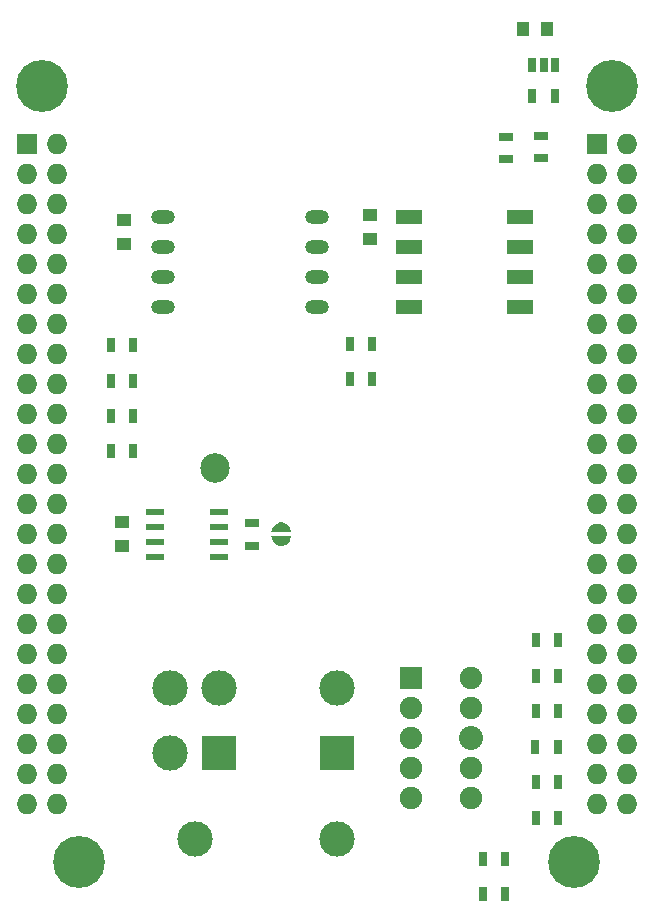
<source format=gbr>
G04 #@! TF.GenerationSoftware,KiCad,Pcbnew,(5.1.2-1)-1*
G04 #@! TF.CreationDate,2019-06-05T17:00:04-02:30*
G04 #@! TF.ProjectId,BeagleCape V2,42656167-6c65-4436-9170-652056322e6b,rev?*
G04 #@! TF.SameCoordinates,Original*
G04 #@! TF.FileFunction,Soldermask,Top*
G04 #@! TF.FilePolarity,Negative*
%FSLAX46Y46*%
G04 Gerber Fmt 4.6, Leading zero omitted, Abs format (unit mm)*
G04 Created by KiCad (PCBNEW (5.1.2-1)-1) date 2019-06-05 17:00:04*
%MOMM*%
%LPD*%
G04 APERTURE LIST*
%ADD10R,1.727200X1.727200*%
%ADD11O,1.727200X1.727200*%
%ADD12O,2.000000X1.200000*%
%ADD13R,2.200000X1.143000*%
%ADD14R,1.250000X1.000000*%
%ADD15R,0.700000X1.300000*%
%ADD16R,1.000000X1.250000*%
%ADD17R,1.300000X0.700000*%
%ADD18R,0.650000X1.220000*%
%ADD19C,1.397000*%
%ADD20C,1.899920*%
%ADD21C,2.032000*%
%ADD22R,1.899920X1.899920*%
%ADD23C,3.000000*%
%ADD24R,3.000000X3.000000*%
%ADD25C,0.102000*%
%ADD26C,0.100000*%
%ADD27C,0.302000*%
%ADD28C,0.402000*%
%ADD29R,1.550000X0.600000*%
%ADD30C,2.500000*%
%ADD31C,4.400000*%
G04 APERTURE END LIST*
D10*
X164630100Y-62382400D03*
D11*
X167170100Y-62382400D03*
X164630100Y-64922400D03*
X167170100Y-64922400D03*
X164630100Y-67462400D03*
X167170100Y-67462400D03*
X164630100Y-70002400D03*
X167170100Y-70002400D03*
X164630100Y-72542400D03*
X167170100Y-72542400D03*
X164630100Y-75082400D03*
X167170100Y-75082400D03*
X164630100Y-77622400D03*
X167170100Y-77622400D03*
X164630100Y-80162400D03*
X167170100Y-80162400D03*
X164630100Y-82702400D03*
X167170100Y-82702400D03*
X164630100Y-85242400D03*
X167170100Y-85242400D03*
X164630100Y-87782400D03*
X167170100Y-87782400D03*
X164630100Y-90322400D03*
X167170100Y-90322400D03*
X164630100Y-92862400D03*
X167170100Y-92862400D03*
X164630100Y-95402400D03*
X167170100Y-95402400D03*
X164630100Y-97942400D03*
X167170100Y-97942400D03*
X164630100Y-100482400D03*
X167170100Y-100482400D03*
X164630100Y-103022400D03*
X167170100Y-103022400D03*
X164630100Y-105562400D03*
X167170100Y-105562400D03*
X164630100Y-108102400D03*
X167170100Y-108102400D03*
X164630100Y-110642400D03*
X167170100Y-110642400D03*
X164630100Y-113182400D03*
X167170100Y-113182400D03*
X164630100Y-115722400D03*
X167170100Y-115722400D03*
X164630100Y-118262400D03*
X167170100Y-118262400D03*
D10*
X116370100Y-62382400D03*
D11*
X118910100Y-62382400D03*
X116370100Y-64922400D03*
X118910100Y-64922400D03*
X116370100Y-67462400D03*
X118910100Y-67462400D03*
X116370100Y-70002400D03*
X118910100Y-70002400D03*
X116370100Y-72542400D03*
X118910100Y-72542400D03*
X116370100Y-75082400D03*
X118910100Y-75082400D03*
X116370100Y-77622400D03*
X118910100Y-77622400D03*
X116370100Y-80162400D03*
X118910100Y-80162400D03*
X116370100Y-82702400D03*
X118910100Y-82702400D03*
X116370100Y-85242400D03*
X118910100Y-85242400D03*
X116370100Y-87782400D03*
X118910100Y-87782400D03*
X116370100Y-90322400D03*
X118910100Y-90322400D03*
X116370100Y-92862400D03*
X118910100Y-92862400D03*
X116370100Y-95402400D03*
X118910100Y-95402400D03*
X116370100Y-97942400D03*
X118910100Y-97942400D03*
X116370100Y-100482400D03*
X118910100Y-100482400D03*
X116370100Y-103022400D03*
X118910100Y-103022400D03*
X116370100Y-105562400D03*
X118910100Y-105562400D03*
X116370100Y-108102400D03*
X118910100Y-108102400D03*
X116370100Y-110642400D03*
X118910100Y-110642400D03*
X116370100Y-113182400D03*
X118910100Y-113182400D03*
X116370100Y-115722400D03*
X118910100Y-115722400D03*
X116370100Y-118262400D03*
X118910100Y-118262400D03*
D12*
X140910100Y-68572400D03*
X127830100Y-68572400D03*
X140910100Y-71112400D03*
X127830100Y-71112400D03*
X140910100Y-73652400D03*
X127830100Y-73652400D03*
X140910100Y-76192400D03*
X127830100Y-76192400D03*
D13*
X158070100Y-68572400D03*
X148670100Y-68572400D03*
X158070100Y-71112400D03*
X148670100Y-71112400D03*
X158070100Y-73652400D03*
X148670100Y-73652400D03*
X158070100Y-76192400D03*
X148670100Y-76192400D03*
D14*
X124545100Y-68782400D03*
X124545100Y-70782400D03*
X145370100Y-70382400D03*
X145370100Y-68382400D03*
D15*
X125320100Y-82382400D03*
X123420100Y-82382400D03*
X123420100Y-85382400D03*
X125320100Y-85382400D03*
X145545100Y-79257400D03*
X143645100Y-79257400D03*
X143645100Y-82257400D03*
X145545100Y-82257400D03*
X123420100Y-79382400D03*
X125320100Y-79382400D03*
X125320100Y-88382400D03*
X123420100Y-88382400D03*
D16*
X160370100Y-52632400D03*
X158370100Y-52632400D03*
D17*
X159870100Y-61682400D03*
X159870100Y-63582400D03*
X156870100Y-63632400D03*
X156870100Y-61732400D03*
D18*
X161020100Y-58252400D03*
X159120100Y-58252400D03*
X159120100Y-55632400D03*
X160070100Y-55632400D03*
X161020100Y-55632400D03*
D19*
X148830100Y-110092400D03*
D20*
X153910100Y-107552400D03*
X153910100Y-110092400D03*
D21*
X153910100Y-112632400D03*
D20*
X153910100Y-115172400D03*
X153910100Y-117712400D03*
X148830100Y-117712400D03*
X148830100Y-115172400D03*
X148830100Y-112632400D03*
X148830100Y-110092400D03*
D22*
X148830100Y-107552400D03*
D14*
X124370100Y-94382400D03*
X124370100Y-96382400D03*
D23*
X142620100Y-121182400D03*
X142620100Y-108382400D03*
D24*
X142620100Y-113882400D03*
D23*
X130520100Y-121182400D03*
X128420100Y-108382400D03*
X132620100Y-108382400D03*
X128420100Y-113882400D03*
D24*
X132620100Y-113882400D03*
D25*
X137870100Y-94442400D03*
D26*
G36*
X138276262Y-94493400D02*
G01*
X137463938Y-94493400D01*
X137769938Y-94391400D01*
X137970262Y-94391400D01*
X138276262Y-94493400D01*
X138276262Y-94493400D01*
G37*
D27*
X137870100Y-94642400D03*
D26*
G36*
X138572514Y-94793400D02*
G01*
X137167686Y-94793400D01*
X137469686Y-94491400D01*
X138270514Y-94491400D01*
X138572514Y-94793400D01*
X138572514Y-94793400D01*
G37*
D28*
X137870100Y-94992400D03*
D26*
G36*
X138721543Y-95193400D02*
G01*
X137018657Y-95193400D01*
X137169407Y-94791400D01*
X138570793Y-94791400D01*
X138721543Y-95193400D01*
X138721543Y-95193400D01*
G37*
D28*
X137870100Y-95772400D03*
D26*
G36*
X137018657Y-95571400D02*
G01*
X138721543Y-95571400D01*
X138570793Y-95973400D01*
X137169407Y-95973400D01*
X137018657Y-95571400D01*
X137018657Y-95571400D01*
G37*
D27*
X137870100Y-96122400D03*
D26*
G36*
X137167686Y-95971400D02*
G01*
X138572514Y-95971400D01*
X138270514Y-96273400D01*
X137469686Y-96273400D01*
X137167686Y-95971400D01*
X137167686Y-95971400D01*
G37*
D25*
X137870100Y-96322400D03*
D26*
G36*
X137463938Y-96271400D02*
G01*
X138276262Y-96271400D01*
X137970262Y-96373400D01*
X137769938Y-96373400D01*
X137463938Y-96271400D01*
X137463938Y-96271400D01*
G37*
D17*
X135370100Y-94482400D03*
X135370100Y-96382400D03*
D15*
X159420100Y-104382400D03*
X161320100Y-104382400D03*
X161270100Y-113382400D03*
X159370100Y-113382400D03*
X159420100Y-119382400D03*
X161320100Y-119382400D03*
X156820100Y-122882400D03*
X154920100Y-122882400D03*
X159420100Y-116382400D03*
X161320100Y-116382400D03*
X161320100Y-107382400D03*
X159420100Y-107382400D03*
X159420100Y-110382400D03*
X161320100Y-110382400D03*
X156820100Y-125882400D03*
X154920100Y-125882400D03*
D29*
X127170100Y-93477400D03*
X127170100Y-94747400D03*
X127170100Y-96017400D03*
X127170100Y-97287400D03*
X132570100Y-97287400D03*
X132570100Y-96017400D03*
X132570100Y-94747400D03*
X132570100Y-93477400D03*
D30*
X132295100Y-89757400D03*
D31*
X165870100Y-57482400D03*
X117570100Y-57482400D03*
X120770100Y-123182400D03*
X162670100Y-123182400D03*
M02*

</source>
